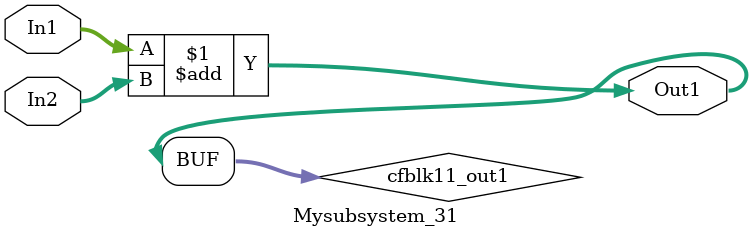
<source format=v>



`timescale 1 ns / 1 ns

module Mysubsystem_31
          (In1,
           In2,
           Out1);


  input   [7:0] In1;  // uint8
  input   [7:0] In2;  // uint8
  output  [7:0] Out1;  // uint8


  wire [7:0] cfblk11_out1;  // uint8


  assign cfblk11_out1 = In1 + In2;



  assign Out1 = cfblk11_out1;

endmodule  // Mysubsystem_31


</source>
